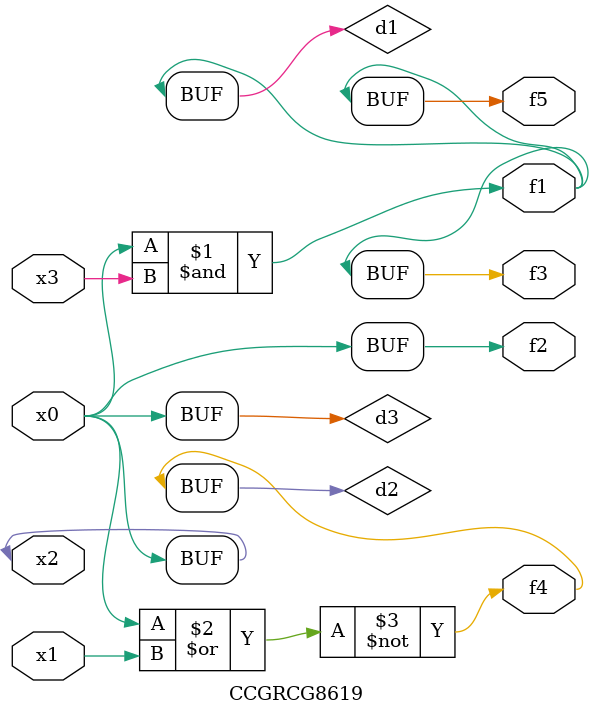
<source format=v>
module CCGRCG8619(
	input x0, x1, x2, x3,
	output f1, f2, f3, f4, f5
);

	wire d1, d2, d3;

	and (d1, x2, x3);
	nor (d2, x0, x1);
	buf (d3, x0, x2);
	assign f1 = d1;
	assign f2 = d3;
	assign f3 = d1;
	assign f4 = d2;
	assign f5 = d1;
endmodule

</source>
